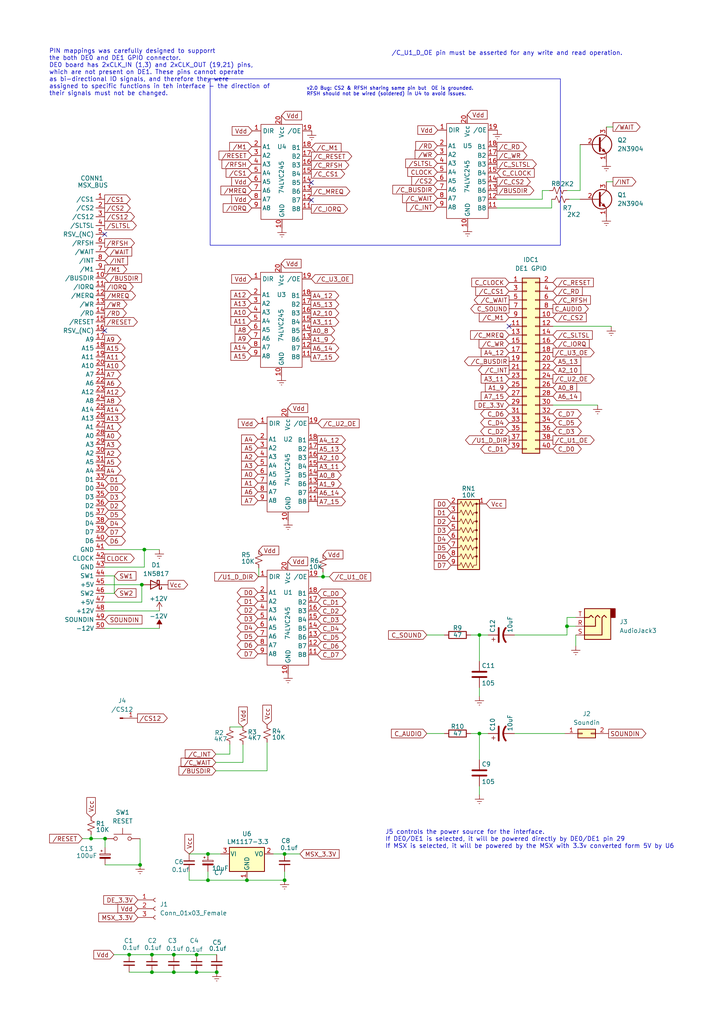
<source format=kicad_sch>
(kicad_sch (version 20230121) (generator eeschema)
  (paper "A4" portrait)
  (title_block (title "MSX FPGA Hat") (date "2024-02-03") (rev "2.01") (company "RCC @ 2024") (comment 1 "to 3.3v systems with voltage conversion") (comment 2 "Cartridge for MSX Computers that expose the MSX BUS") (comment 3 "IDC connector pinout mapped for Altera DE1 FPGA Development Board") (comment 4 "Designed for MSX and Terasic DE0 & DE1"))
  (lib_symbols
    (symbol "74LVC245A_1"
      (property "Reference" "U" (at 0 0 0))
      (property "Value" "74LVC245A_1" (at 0 0 0))
      (symbol "74LVC245A_1_1_1"
        (pin input line (at -67.183 87.63 0) (length 2.54) (name "DIR") (number "1"))
        (pin power_in line (at -58.547 59.436 90) (length 2.54) (name "GND") (number "10"))
        (pin bidirectional line (at -50.038 65.024 180) (length 2.54) (name "B8") (number "11"))
        (pin bidirectional line (at -50.038 67.564 180) (length 2.54) (name "B7") (number "12"))
        (pin bidirectional line (at -50.038 70.104 180) (length 2.54) (name "B6") (number "13"))
        (pin bidirectional line (at -50.038 72.644 180) (length 2.54) (name "B5") (number "14"))
        (pin bidirectional line (at -50.038 75.184 180) (length 2.54) (name "B4") (number "15"))
        (pin bidirectional line (at -50.038 77.724 180) (length 2.54) (name "B3") (number "16"))
        (pin bidirectional line (at -50.038 80.264 180) (length 2.54) (name "B2") (number "17"))
        (pin bidirectional line (at -50.038 82.804 180) (length 2.54) (name "B1") (number "18"))
        (pin input line (at -49.911 87.63 180) (length 2.54) (name "/OE") (number "19"))
        (pin bidirectional line (at -67.31 83.058 0) (length 2.54) (name "A1") (number "2"))
        (pin power_in line (at -58.674 92.075 270) (length 2.54) (name "Vcc") (number "20"))
        (pin bidirectional line (at -67.31 80.518 0) (length 2.54) (name "A2") (number "3"))
        (pin bidirectional line (at -67.31 77.978 0) (length 2.54) (name "A3") (number "4"))
        (pin bidirectional line (at -67.31 75.438 0) (length 2.54) (name "A4") (number "5"))
        (pin bidirectional line (at -67.31 72.898 0) (length 2.54) (name "A5") (number "6"))
        (pin bidirectional line (at -67.31 70.358 0) (length 2.54) (name "A6") (number "7"))
        (pin bidirectional line (at -67.31 67.818 0) (length 2.54) (name "A7") (number "8"))
        (pin bidirectional line (at -67.31 65.278 0) (length 2.54) (name "A8") (number "9"))
      )
    )
    (symbol "74LVC245A_2"
      (property "Reference" "U" (at 0 0 0))
      (property "Value" "74LVC245A_2" (at 0 0 0))
      (symbol "74LVC245A_2_1_1"
        (pin input line (at -67.183 87.63 0) (length 2.54) (name "DIR") (number "1"))
        (pin power_in line (at -58.547 59.436 90) (length 2.54) (name "GND") (number "10"))
        (pin bidirectional line (at -50.038 65.024 180) (length 2.54) (name "B8") (number "11"))
        (pin bidirectional line (at -50.038 67.564 180) (length 2.54) (name "B7") (number "12"))
        (pin bidirectional line (at -50.038 70.104 180) (length 2.54) (name "B6") (number "13"))
        (pin bidirectional line (at -50.038 72.644 180) (length 2.54) (name "B5") (number "14"))
        (pin bidirectional line (at -50.038 75.184 180) (length 2.54) (name "B4") (number "15"))
        (pin bidirectional line (at -50.038 77.724 180) (length 2.54) (name "B3") (number "16"))
        (pin bidirectional line (at -50.038 80.264 180) (length 2.54) (name "B2") (number "17"))
        (pin bidirectional line (at -50.038 82.804 180) (length 2.54) (name "B1") (number "18"))
        (pin input line (at -49.911 87.63 180) (length 2.54) (name "/OE") (number "19"))
        (pin bidirectional line (at -67.31 83.058 0) (length 2.54) (name "A1") (number "2"))
        (pin power_in line (at -58.674 92.075 270) (length 2.54) (name "Vcc") (number "20"))
        (pin bidirectional line (at -67.31 80.518 0) (length 2.54) (name "A2") (number "3"))
        (pin bidirectional line (at -67.31 77.978 0) (length 2.54) (name "A3") (number "4"))
        (pin bidirectional line (at -67.31 75.438 0) (length 2.54) (name "A4") (number "5"))
        (pin bidirectional line (at -67.31 72.898 0) (length 2.54) (name "A5") (number "6"))
        (pin bidirectional line (at -67.31 70.358 0) (length 2.54) (name "A6") (number "7"))
        (pin bidirectional line (at -67.31 67.818 0) (length 2.54) (name "A7") (number "8"))
        (pin bidirectional line (at -67.31 65.278 0) (length 2.54) (name "A8") (number "9"))
      )
    )
    (symbol "74LVC245A_3"
      (property "Reference" "U" (at 0 0 0))
      (property "Value" "74LVC245A_3" (at 0 0 0))
      (symbol "74LVC245A_3_1_1"
        (pin input line (at -67.183 87.63 0) (length 2.54) (name "DIR") (number "1"))
        (pin power_in line (at -58.547 59.436 90) (length 2.54) (name "GND") (number "10"))
        (pin bidirectional line (at -50.038 65.024 180) (length 2.54) (name "B8") (number "11"))
        (pin bidirectional line (at -50.038 67.564 180) (length 2.54) (name "B7") (number "12"))
        (pin bidirectional line (at -50.038 70.104 180) (length 2.54) (name "B6") (number "13"))
        (pin bidirectional line (at -50.038 72.644 180) (length 2.54) (name "B5") (number "14"))
        (pin bidirectional line (at -50.038 75.184 180) (length 2.54) (name "B4") (number "15"))
        (pin bidirectional line (at -50.038 77.724 180) (length 2.54) (name "B3") (number "16"))
        (pin bidirectional line (at -50.038 80.264 180) (length 2.54) (name "B2") (number "17"))
        (pin bidirectional line (at -50.038 82.804 180) (length 2.54) (name "B1") (number "18"))
        (pin input line (at -49.911 87.63 180) (length 2.54) (name "/OE") (number "19"))
        (pin bidirectional line (at -67.31 83.058 0) (length 2.54) (name "A1") (number "2"))
        (pin power_in line (at -58.674 92.075 270) (length 2.54) (name "Vcc") (number "20"))
        (pin bidirectional line (at -67.31 80.518 0) (length 2.54) (name "A2") (number "3"))
        (pin bidirectional line (at -67.31 77.978 0) (length 2.54) (name "A3") (number "4"))
        (pin bidirectional line (at -67.31 75.438 0) (length 2.54) (name "A4") (number "5"))
        (pin bidirectional line (at -67.31 72.898 0) (length 2.54) (name "A5") (number "6"))
        (pin bidirectional line (at -67.31 70.358 0) (length 2.54) (name "A6") (number "7"))
        (pin bidirectional line (at -67.31 67.818 0) (length 2.54) (name "A7") (number "8"))
        (pin bidirectional line (at -67.31 65.278 0) (length 2.54) (name "A8") (number "9"))
      )
    )
    (symbol "74LVC245A_4"
      (property "Reference" "U" (at 0 0 0))
      (property "Value" "74LVC245A_4" (at 0 0 0))
      (symbol "74LVC245A_4_1_1"
        (pin input line (at -67.183 87.63 0) (length 2.54) (name "DIR") (number "1"))
        (pin power_in line (at -58.547 59.436 90) (length 2.54) (name "GND") (number "10"))
        (pin bidirectional line (at -50.038 65.024 180) (length 2.54) (name "B8") (number "11"))
        (pin bidirectional line (at -50.038 67.564 180) (length 2.54) (name "B7") (number "12"))
        (pin bidirectional line (at -50.038 70.104 180) (length 2.54) (name "B6") (number "13"))
        (pin bidirectional line (at -50.038 72.644 180) (length 2.54) (name "B5") (number "14"))
        (pin bidirectional line (at -50.038 75.184 180) (length 2.54) (name "B4") (number "15"))
        (pin bidirectional line (at -50.038 77.724 180) (length 2.54) (name "B3") (number "16"))
        (pin bidirectional line (at -50.038 80.264 180) (length 2.54) (name "B2") (number "17"))
        (pin bidirectional line (at -50.038 82.804 180) (length 2.54) (name "B1") (number "18"))
        (pin input line (at -49.911 87.63 180) (length 2.54) (name "/OE") (number "19"))
        (pin bidirectional line (at -67.31 83.058 0) (length 2.54) (name "A1") (number "2"))
        (pin power_in line (at -58.674 92.075 270) (length 2.54) (name "Vcc") (number "20"))
        (pin bidirectional line (at -67.31 80.518 0) (length 2.54) (name "A2") (number "3"))
        (pin bidirectional line (at -67.31 77.978 0) (length 2.54) (name "A3") (number "4"))
        (pin bidirectional line (at -67.31 75.438 0) (length 2.54) (name "A4") (number "5"))
        (pin bidirectional line (at -67.31 72.898 0) (length 2.54) (name "A5") (number "6"))
        (pin bidirectional line (at -67.31 70.358 0) (length 2.54) (name "A6") (number "7"))
        (pin bidirectional line (at -67.31 67.818 0) (length 2.54) (name "A7") (number "8"))
        (pin bidirectional line (at -67.31 65.278 0) (length 2.54) (name "A8") (number "9"))
      )
    )
    (symbol "Connector:Conn_01x01_Pin" (pin_names (offset 1.016) hide)
      (property "Reference" "J" (at 0 2.54 0))
      (property "Value" "Conn_01x01_Pin" (at 0 -2.54 0))
      (symbol "Conn_01x01_Pin_1_1"
        (pin passive line (at 5.08 0 180) (length 3.81) (name "Pin_1") (number "1"))
      )
    )
    (symbol "Connector:Conn_01x03_Female" (pin_names (offset 1.016) hide)
      (property "Reference" "J" (at 0 5.08 0))
      (property "Value" "Conn_01x03_Female" (at 0 -5.08 0))
      (symbol "Conn_01x03_Female_1_1"
        (pin passive line (at -5.08 2.54 0) (length 3.81) (name "Pin_1") (number "1"))
        (pin passive line (at -5.08 0 0) (length 3.81) (name "Pin_2") (number "2"))
        (pin passive line (at -5.08 -2.54 0) (length 3.81) (name "Pin_3") (number "3"))
      )
    )
    (symbol "Connector_Audio:AudioJack3"
      (property "Reference" "J" (at 0 8.89 0))
      (property "Value" "AudioJack3" (at 0 6.35 0))
      (symbol "AudioJack3_1_1"
        (pin passive line (at 5.08 0 180) (length 2.54) (name "~") (number "R"))
        (pin passive line (at 5.08 2.54 180) (length 2.54) (name "~") (number "S"))
        (pin passive line (at 5.08 -2.54 180) (length 2.54) (name "~") (number "T"))
      )
    )
    (symbol "Connector_Generic:Conn_02x01" (pin_names (offset 1.016) hide)
      (property "Reference" "J" (at 1.27 2.54 0))
      (property "Value" "Conn_02x01" (at 1.27 -2.54 0))
      (symbol "Conn_02x01_1_1"
        (pin passive line (at -5.08 0 0) (length 3.81) (name "Pin_1") (number "1"))
        (pin passive line (at 7.62 0 180) (length 3.81) (name "Pin_2") (number "2"))
      )
    )
    (symbol "Connector_Generic:Conn_02x20_Odd_Even" (pin_names (offset 1.016) hide)
      (property "Reference" "J" (at 1.27 25.4 0))
      (property "Value" "Conn_02x20_Odd_Even" (at 1.27 -27.94 0))
      (symbol "Conn_02x20_Odd_Even_1_1"
        (pin passive line (at -5.08 22.86 0) (length 3.81) (name "Pin_1") (number "1"))
        (pin passive line (at 7.62 12.7 180) (length 3.81) (name "Pin_10") (number "10"))
        (pin passive line (at -5.08 10.16 0) (length 3.81) (name "Pin_11") (number "11"))
        (pin passive line (at 7.62 10.16 180) (length 3.81) (name "Pin_12") (number "12"))
        (pin passive line (at -5.08 7.62 0) (length 3.81) (name "Pin_13") (number "13"))
        (pin passive line (at 7.62 7.62 180) (length 3.81) (name "Pin_14") (number "14"))
        (pin passive line (at -5.08 5.08 0) (length 3.81) (name "Pin_15") (number "15"))
        (pin passive line (at 7.62 5.08 180) (length 3.81) (name "Pin_16") (number "16"))
        (pin passive line (at -5.08 2.54 0) (length 3.81) (name "Pin_17") (number "17"))
        (pin passive line (at 7.62 2.54 180) (length 3.81) (name "Pin_18") (number "18"))
        (pin passive line (at -5.08 0 0) (length 3.81) (name "Pin_19") (number "19"))
        (pin passive line (at 7.62 22.86 180) (length 3.81) (name "Pin_2") (number "2"))
        (pin passive line (at 7.62 0 180) (length 3.81) (name "Pin_20") (number "20"))
        (pin passive line (at -5.08 -2.54 0) (length 3.81) (name "Pin_21") (number "21"))
        (pin passive line (at 7.62 -2.54 180) (length 3.81) (name "Pin_22") (number "22"))
        (pin passive line (at -5.08 -5.08 0) (length 3.81) (name "Pin_23") (number "23"))
        (pin passive line (at 7.62 -5.08 180) (length 3.81) (name "Pin_24") (number "24"))
        (pin passive line (at -5.08 -7.62 0) (length 3.81) (name "Pin_25") (number "25"))
        (pin passive line (at 7.62 -7.62 180) (length 3.81) (name "Pin_26") (number "26"))
        (pin passive line (at -5.08 -10.16 0) (length 3.81) (name "Pin_27") (number "27"))
        (pin passive line (at 7.62 -10.16 180) (length 3.81) (name "Pin_28") (number "28"))
        (pin passive line (at -5.08 -12.7 0) (length 3.81) (name "Pin_29") (number "29"))
        (pin passive line (at -5.08 20.32 0) (length 3.81) (name "Pin_3") (number "3"))
        (pin passive line (at 7.62 -12.7 180) (length 3.81) (name "Pin_30") (number "30"))
        (pin passive line (at -5.08 -15.24 0) (length 3.81) (name "Pin_31") (number "31"))
        (pin passive line (at 7.62 -15.24 180) (length 3.81) (name "Pin_32") (number "32"))
        (pin passive line (at -5.08 -17.78 0) (length 3.81) (name "Pin_33") (number "33"))
        (pin passive line (at 7.62 -17.78 180) (length 3.81) (name "Pin_34") (number "34"))
        (pin passive line (at -5.08 -20.32 0) (length 3.81) (name "Pin_35") (number "35"))
        (pin passive line (at 7.62 -20.32 180) (length 3.81) (name "Pin_36") (number "36"))
        (pin passive line (at -5.08 -22.86 0) (length 3.81) (name "Pin_37") (number "37"))
        (pin passive line (at 7.62 -22.86 180) (length 3.81) (name "Pin_38") (number "38"))
        (pin passive line (at -5.08 -25.4 0) (length 3.81) (name "Pin_39") (number "39"))
        (pin passive line (at 7.62 20.32 180) (length 3.81) (name "Pin_4") (number "4"))
        (pin passive line (at 7.62 -25.4 180) (length 3.81) (name "Pin_40") (number "40"))
        (pin passive line (at -5.08 17.78 0) (length 3.81) (name "Pin_5") (number "5"))
        (pin passive line (at 7.62 17.78 180) (length 3.81) (name "Pin_6") (number "6"))
        (pin passive line (at -5.08 15.24 0) (length 3.81) (name "Pin_7") (number "7"))
        (pin passive line (at 7.62 15.24 180) (length 3.81) (name "Pin_8") (number "8"))
        (pin passive line (at -5.08 12.7 0) (length 3.81) (name "Pin_9") (number "9"))
      )
    )
    (symbol "Device:C" (pin_numbers hide) (pin_names (offset 0.254))
      (property "Reference" "C" (at 0.635 2.54 0))
      (property "Value" "C" (at 0.635 -2.54 0))
      (symbol "C_1_1"
        (pin passive line (at 0 3.81 270) (length 2.794) (name "~") (number "1"))
        (pin passive line (at 0 -3.81 90) (length 2.794) (name "~") (number "2"))
      )
    )
    (symbol "Device:C_Polarized_Small" (pin_numbers hide) (pin_names (offset 0.254) hide)
      (property "Reference" "C" (at 0.254 1.778 0))
      (property "Value" "C_Polarized_Small" (at 0.254 -2.032 0))
      (symbol "C_Polarized_Small_1_1"
        (pin passive line (at 0 2.54 270) (length 1.8542) (name "~") (number "1"))
        (pin passive line (at 0 -2.54 90) (length 1.8542) (name "~") (number "2"))
      )
    )
    (symbol "Device:C_Small" (pin_numbers hide) (pin_names (offset 0.254) hide)
      (property "Reference" "C" (at 0.254 1.778 0))
      (property "Value" "C_Small" (at 0.254 -2.032 0))
      (symbol "C_Small_1_1"
        (pin passive line (at 0 2.54 270) (length 2.032) (name "~") (number "1"))
        (pin passive line (at 0 -2.54 90) (length 2.032) (name "~") (number "2"))
      )
    )
    (symbol "Device:R" (pin_numbers hide) (pin_names (offset 0))
      (property "Reference" "R" (at 2.032 0 90))
      (property "Value" "R" (at 0 0 90))
      (symbol "R_1_1"
        (pin passive line (at 0 3.81 270) (length 1.27) (name "~") (number "1"))
        (pin passive line (at 0 -3.81 90) (length 1.27) (name "~") (number "2"))
      )
    )
    (symbol "Device:R_Network08_US" (pin_names (offset 0) hide)
      (property "Reference" "RN" (at -12.7 0 90))
      (property "Value" "R_Network08_US" (at 10.16 0 90))
      (symbol "R_Network08_US_1_1"
        (pin passive line (at -10.16 5.08 270) (length 2.54) (name "common") (number "1"))
        (pin passive line (at -10.16 -5.08 90) (length 1.27) (name "R1") (number "2"))
        (pin passive line (at -7.62 -5.08 90) (length 1.27) (name "R2") (number "3"))
        (pin passive line (at -5.08 -5.08 90) (length 1.27) (name "R3") (number "4"))
        (pin passive line (at -2.54 -5.08 90) (length 1.27) (name "R4") (number "5"))
        (pin passive line (at 0 -5.08 90) (length 1.27) (name "R5") (number "6"))
        (pin passive line (at 2.54 -5.08 90) (length 1.27) (name "R6") (number "7"))
        (pin passive line (at 5.08 -5.08 90) (length 1.27) (name "R7") (number "8"))
        (pin passive line (at 7.62 -5.08 90) (length 1.27) (name "R8") (number "9"))
      )
    )
    (symbol "Device:R_Small_US" (pin_numbers hide) (pin_names (offset 0.254) hide)
      (property "Reference" "R" (at 0.762 0.508 0))
      (property "Value" "R_Small_US" (at 0.762 -1.016 0))
      (symbol "R_Small_US_1_1"
        (pin passive line (at 0 2.54 270) (length 1.016) (name "~") (number "1"))
        (pin passive line (at 0 -2.54 90) (length 1.016) (name "~") (number "2"))
      )
    )
    (symbol "Diode:1N5817" (pin_numbers hide) (pin_names (offset 1.016) hide)
      (property "Reference" "D" (at 0 2.54 0))
      (property "Value" "1N5817" (at 0 -2.54 0))
      (symbol "1N5817_1_1"
        (pin passive line (at -3.81 0 0) (length 2.54) (name "K") (number "1"))
        (pin passive line (at 3.81 0 180) (length 2.54) (name "A") (number "2"))
      )
    )
    (symbol "Omega-Mainboard-rescue:CP1-Device" (pin_numbers hide) (pin_names (offset 0.254) hide)
      (property "Reference" "C" (at 0.635 2.54 0))
      (property "Value" "Device_CP1" (at 0.635 -2.54 0))
      (symbol "CP1-Device_1_1"
        (pin passive line (at 0 3.81 270) (length 2.794) (name "~") (number "1"))
        (pin passive line (at 0 -3.81 90) (length 3.302) (name "~") (number "2"))
      )
    )
    (symbol "Regulator_Linear:LM1117-3.3" (pin_names (offset 0.254))
      (property "Reference" "U" (at -3.81 3.175 0))
      (property "Value" "LM1117-3.3" (at 0 3.175 0))
      (symbol "LM1117-3.3_1_1"
        (pin power_in line (at 0 -7.62 90) (length 2.54) (name "GND") (number "1"))
        (pin power_out line (at 7.62 0 180) (length 2.54) (name "VO") (number "2"))
        (pin power_in line (at -7.62 0 0) (length 2.54) (name "VI") (number "3"))
      )
    )
    (symbol "Roni:74LVC245A"
      (property "Reference" "U" (at 0 0 0))
      (property "Value" "74LVC245A" (at 0 0 0))
      (symbol "74LVC245A_1_1"
        (pin input line (at -67.183 87.63 0) (length 2.54) (name "DIR") (number "1"))
        (pin power_in line (at -58.547 59.436 90) (length 2.54) (name "GND") (number "10"))
        (pin bidirectional line (at -50.038 65.024 180) (length 2.54) (name "B8") (number "11"))
        (pin bidirectional line (at -50.038 67.564 180) (length 2.54) (name "B7") (number "12"))
        (pin bidirectional line (at -50.038 70.104 180) (length 2.54) (name "B6") (number "13"))
        (pin bidirectional line (at -50.038 72.644 180) (length 2.54) (name "B5") (number "14"))
        (pin bidirectional line (at -50.038 75.184 180) (length 2.54) (name "B4") (number "15"))
        (pin bidirectional line (at -50.038 77.724 180) (length 2.54) (name "B3") (number "16"))
        (pin bidirectional line (at -50.038 80.264 180) (length 2.54) (name "B2") (number "17"))
        (pin bidirectional line (at -50.038 82.804 180) (length 2.54) (name "B1") (number "18"))
        (pin input line (at -49.911 87.63 180) (length 2.54) (name "/OE") (number "19"))
        (pin bidirectional line (at -67.31 83.058 0) (length 2.54) (name "A1") (number "2"))
        (pin power_in line (at -58.674 92.075 270) (length 2.54) (name "Vcc") (number "20"))
        (pin bidirectional line (at -67.31 80.518 0) (length 2.54) (name "A2") (number "3"))
        (pin bidirectional line (at -67.31 77.978 0) (length 2.54) (name "A3") (number "4"))
        (pin bidirectional line (at -67.31 75.438 0) (length 2.54) (name "A4") (number "5"))
        (pin bidirectional line (at -67.31 72.898 0) (length 2.54) (name "A5") (number "6"))
        (pin bidirectional line (at -67.31 70.358 0) (length 2.54) (name "A6") (number "7"))
        (pin bidirectional line (at -67.31 67.818 0) (length 2.54) (name "A7") (number "8"))
        (pin bidirectional line (at -67.31 65.278 0) (length 2.54) (name "A8") (number "9"))
      )
    )
    (symbol "Roni:MSX_BUS"
      (property "Reference" "U" (at 0 0 0))
      (property "Value" "MSX_BUS" (at 0 0 0))
      (symbol "MSX_BUS_1_1"
        (pin output line (at -67.945 88.392 180) (length 2.54) (name "/CS1") (number "1"))
        (pin output line (at -67.945 65.532 180) (length 2.54) (name "/BUSDIR") (number "10"))
        (pin output line (at -67.945 62.992 180) (length 2.54) (name "/IORQ") (number "11"))
        (pin output line (at -67.945 60.452 180) (length 2.54) (name "/MERQ") (number "12"))
        (pin output line (at -67.945 57.912 180) (length 2.54) (name "/WR") (number "13"))
        (pin output line (at -67.945 55.372 180) (length 2.54) (name "/RD") (number "14"))
        (pin input line (at -67.945 52.832 180) (length 2.54) (name "/RESET") (number "15"))
        (pin output line (at -67.945 50.292 180) (length 2.54) (name "RSV_(NC)") (number "16"))
        (pin output line (at -67.945 47.752 180) (length 2.54) (name "A9") (number "17"))
        (pin output line (at -67.945 45.212 180) (length 2.54) (name "A15") (number "18"))
        (pin output line (at -67.945 42.672 180) (length 2.54) (name "A11") (number "19"))
        (pin output line (at -67.945 85.852 180) (length 2.54) (name "/CS2") (number "2"))
        (pin output line (at -67.945 40.132 180) (length 2.54) (name "A10") (number "20"))
        (pin output line (at -67.945 37.592 180) (length 2.54) (name "A7") (number "21"))
        (pin output line (at -67.945 35.052 180) (length 2.54) (name "A6") (number "22"))
        (pin output line (at -67.945 32.512 180) (length 2.54) (name "A12") (number "23"))
        (pin output line (at -67.945 29.972 180) (length 2.54) (name "A8") (number "24"))
        (pin output line (at -67.945 27.432 180) (length 2.54) (name "A14") (number "25"))
        (pin output line (at -67.945 24.892 180) (length 2.54) (name "A13") (number "26"))
        (pin output line (at -67.945 22.352 180) (length 2.54) (name "A1") (number "27"))
        (pin output line (at -67.945 19.812 180) (length 2.54) (name "A0") (number "28"))
        (pin output line (at -67.945 17.272 180) (length 2.54) (name "A3") (number "29"))
        (pin output line (at -67.945 83.312 180) (length 2.54) (name "/CS12") (number "3"))
        (pin output line (at -67.945 14.732 180) (length 2.54) (name "A2") (number "30"))
        (pin output line (at -67.945 12.192 180) (length 2.54) (name "A5") (number "31"))
        (pin output line (at -67.945 9.652 180) (length 2.54) (name "A4") (number "32"))
        (pin output line (at -67.945 7.112 180) (length 2.54) (name "D1") (number "33"))
        (pin output line (at -67.945 4.572 180) (length 2.54) (name "D0") (number "34"))
        (pin output line (at -67.945 2.032 180) (length 2.54) (name "D3") (number "35"))
        (pin output line (at -67.945 -0.508 180) (length 2.54) (name "D2") (number "36"))
        (pin output line (at -67.945 -3.048 180) (length 2.54) (name "D5") (number "37"))
        (pin output line (at -67.945 -5.588 180) (length 2.54) (name "D4") (number "38"))
        (pin output line (at -67.945 -8.128 180) (length 2.54) (name "D7") (number "39"))
        (pin output line (at -67.945 80.772 180) (length 2.54) (name "/SLTSL") (number "4"))
        (pin output line (at -67.945 -10.668 180) (length 2.54) (name "D6") (number "40"))
        (pin output line (at -67.945 -13.208 180) (length 2.54) (name "GND") (number "41"))
        (pin output line (at -67.945 -15.748 180) (length 2.54) (name "CLOCK") (number "42"))
        (pin output line (at -67.945 -18.288 180) (length 2.54) (name "GND") (number "43"))
        (pin output line (at -67.945 -20.828 180) (length 2.54) (name "SW1") (number "44"))
        (pin output line (at -67.945 -23.368 180) (length 2.54) (name "+5V") (number "45"))
        (pin output line (at -67.945 -25.908 180) (length 2.54) (name "SW2") (number "46"))
        (pin output line (at -67.945 -28.448 180) (length 2.54) (name "+5V") (number "47"))
        (pin output line (at -67.945 -30.988 180) (length 2.54) (name "+12V") (number "48"))
        (pin output line (at -67.945 -33.528 180) (length 2.54) (name "SOUNDIN") (number "49"))
        (pin output line (at -67.945 78.232 180) (length 2.54) (name "RSV_(NC)") (number "5"))
        (pin output line (at -67.945 -36.068 180) (length 2.54) (name "-12V") (number "50"))
        (pin output line (at -67.945 75.692 180) (length 2.54) (name "/RFSH") (number "6"))
        (pin output line (at -67.945 73.152 180) (length 2.54) (name "/WAIT") (number "7"))
        (pin output line (at -67.945 70.612 180) (length 2.54) (name "/INT") (number "8"))
        (pin output line (at -67.945 68.072 180) (length 2.54) (name "/M1") (number "9"))
      )
    )
    (symbol "Switch:SW_Push" (pin_numbers hide) (pin_names (offset 1.016) hide)
      (property "Reference" "SW" (at 1.27 2.54 0))
      (property "Value" "SW_Push" (at 0 -1.524 0))
      (symbol "SW_Push_0_1"
        (pin passive line (at -5.08 0 0) (length 2.54) (name "1") (number "1"))
        (pin passive line (at 5.08 0 180) (length 2.54) (name "2") (number "2"))
      )
    )
    (symbol "Transistor_BJT:2N3904" (pin_names (offset 0) hide)
      (property "Reference" "Q" (at 5.08 1.905 0))
      (property "Value" "2N3904" (at 5.08 0 0))
      (symbol "2N3904_1_1"
        (pin passive line (at 2.54 -5.08 90) (length 2.54) (name "E") (number "1"))
        (pin passive line (at -5.08 0 0) (length 5.715) (name "B") (number "2"))
        (pin passive line (at 2.54 5.08 270) (length 2.54) (name "C") (number "3"))
      )
    )
    (symbol "power:+12V" (power) (pin_names (offset 0))
      (property "Value" "+12V" (at 0 3.556 0))
      (symbol "+12V_1_1"
        (pin power_in line (at 0 0 90) (length 0) hide (name "+12V") (number "1"))
      )
    )
    (symbol "power:-12V" (power) (pin_names (offset 0))
      (property "Value" "-12V" (at 0 3.81 0))
      (symbol "-12V_0_0"
        (pin power_in line (at 0 0 90) (length 0) hide (name "-12V") (number "1"))
      )
    )
    (symbol "power:GNDREF" (power) (pin_names (offset 0))
      (property "Value" "GNDREF" (at 0 -3.81 0))
      (symbol "GNDREF_1_1"
        (pin power_in line (at 0 0 270) (length 0) hide (name "GNDREF") (number "1"))
      )
    )
  )
  (junction (at 71.628 255.27))
  (junction (at 57.023 276.86))
  (junction (at 41.1361 169.5681))
  (junction (at 30.48 243.205))
  (junction (at 139.065 212.725))
  (junction (at 50.419 276.86))
  (junction (at 37.465 276.86))
  (junction (at 44.069 276.86))
  (junction (at 50.419 281.94))
  (junction (at 164.465 181.61))
  (junction (at 62.865 281.94))
  (junction (at 60.325 255.27))
  (junction (at 82.55 255.27))
  (junction (at 44.069 281.94))
  (junction (at 40.64 250.825))
  (junction (at 82.55 247.65))
  (junction (at 60.325 247.65))
  (junction (at 93.6997 167.259))
  (junction (at 26.416 243.205))
  (junction (at 139.065 184.15))
  (junction (at 41.8757 159.385))
  (junction (at 57.023 281.94))
  (no_connect (at 90.297 58.039))
  (no_connect (at 30.353 67.945))
  (no_connect (at 30.353 95.885))
  (no_connect (at 147.6734 94.615))
  (no_connect (at 90.297 52.959))
  (wire (pts (xy 164.465 179.07) (xy 164.465 181.61)))
  (wire (pts (xy 62.611 223.52) (xy 77.47 223.52)))
  (wire (pts (xy 82.55 255.27) (xy 82.55 252.73)))
  (wire (pts (xy 77.47 223.52) (xy 77.47 215.265)))
  (wire (pts (xy 54.864 255.27) (xy 60.325 255.27)))
  (wire (pts (xy 160.3734 94.615) (xy 177.292 94.615)))
  (wire (pts (xy 136.525 212.725) (xy 139.065 212.725)))
  (wire (pts (xy 175.895 36.83) (xy 177.8 36.83)))
  (wire (pts (xy 57.023 276.86) (xy 62.865 276.86)))
  (wire (pts (xy 139.065 220.345) (xy 139.065 212.725)))
  (wire (pts (xy 60.325 247.65) (xy 64.008 247.65)))
  (wire (pts (xy 41.8757 164.465) (xy 41.8757 159.385)))
  (wire (pts (xy 41.8757 159.385) (xy 46.228 159.385)))
  (wire (pts (xy 30.353 169.5681) (xy 30.353 169.545)))
  (wire (pts (xy 66.675 210.82) (xy 70.485 210.82)))
  (wire (pts (xy 41.1361 169.5681) (xy 41.1361 174.625)))
  (wire (pts (xy 50.419 276.86) (xy 57.023 276.86)))
  (wire (pts (xy 57.023 281.94) (xy 62.865 281.94)))
  (wire (pts (xy 23.876 243.205) (xy 26.416 243.205)))
  (wire (pts (xy 44.069 276.86) (xy 50.419 276.86)))
  (wire (pts (xy 123.825 184.15) (xy 128.905 184.15)))
  (wire (pts (xy 37.465 276.86) (xy 44.069 276.86)))
  (wire (pts (xy 30.353 182.245) (xy 46.228 182.245)))
  (wire (pts (xy 175.895 52.705) (xy 177.8 52.705)))
  (wire (pts (xy 41.1361 169.5681) (xy 30.353 169.5681)))
  (wire (pts (xy 149.225 212.725) (xy 163.83 212.725)))
  (wire (pts (xy 93.6997 165.9197) (xy 93.6758 165.9197)))
  (wire (pts (xy 165.1 57.785) (xy 168.275 57.785)))
  (wire (pts (xy 75.057 164.719) (xy 75.057 167.259)))
  (wire (pts (xy 70.485 215.9) (xy 70.485 221.107)))
  (wire (pts (xy 160.3734 117.475) (xy 173.355 117.475)))
  (wire (pts (xy 167.005 179.07) (xy 164.465 179.07)))
  (wire (pts (xy 30.48 250.825) (xy 40.64 250.825)))
  (wire (pts (xy 40.64 250.825) (xy 40.64 243.205)))
  (wire (pts (xy 177.292 94.615) (xy 177.292 94.742)))
  (wire (pts (xy 164.465 184.15) (xy 164.465 181.61)))
  (wire (pts (xy 79.248 247.65) (xy 82.55 247.65)))
  (wire (pts (xy 139.065 227.965) (xy 139.065 230.505)))
  (wire (pts (xy 30.353 177.165) (xy 46.228 177.165)))
  (wire (pts (xy 75.057 167.259) (xy 74.93 167.259)))
  (wire (pts (xy 33.1542 172.085) (xy 30.353 172.085)))
  (wire (pts (xy 167.005 184.15) (xy 167.005 187.325)))
  (wire (pts (xy 139.065 199.39) (xy 139.065 201.93)))
  (wire (pts (xy 139.065 212.725) (xy 141.605 212.725)))
  (wire (pts (xy 139.065 184.15) (xy 141.605 184.15)))
  (wire (pts (xy 123.825 212.725) (xy 128.905 212.725)))
  (wire (pts (xy 30.353 167.005) (xy 33.1542 167.005)))
  (wire (pts (xy 93.6997 167.259) (xy 95.5534 167.259)))
  (wire (pts (xy 93.6997 167.259) (xy 93.6997 165.9197)))
  (wire (pts (xy 26.416 243.205) (xy 26.416 242.062)))
  (wire (pts (xy 62.611 218.694) (xy 66.675 218.694)))
  (wire (pts (xy 71.628 255.27) (xy 82.55 255.27)))
  (wire (pts (xy 157.3 55.245) (xy 159.385 55.245)))
  (wire (pts (xy 60.325 255.27) (xy 71.628 255.27)))
  (wire (pts (xy 160.02 60.325) (xy 160.02 57.785)))
  (wire (pts (xy 164.465 181.61) (xy 167.005 181.61)))
  (wire (pts (xy 66.675 215.9) (xy 66.675 218.694)))
  (wire (pts (xy 44.069 281.94) (xy 50.419 281.94)))
  (wire (pts (xy 30.353 164.465) (xy 41.8757 164.465)))
  (wire (pts (xy 157.3 57.785) (xy 157.3 55.245)))
  (wire (pts (xy 30.353 159.385) (xy 41.8757 159.385)))
  (wire (pts (xy 136.525 184.15) (xy 139.065 184.15)))
  (wire (pts (xy 30.48 243.205) (xy 26.416 243.205)))
  (wire (pts (xy 139.065 191.77) (xy 139.065 184.15)))
  (wire (pts (xy 62.611 221.107) (xy 70.485 221.107)))
  (wire (pts (xy 33.0304 276.86) (xy 37.465 276.86)))
  (wire (pts (xy 33.1542 167.005) (xy 33.1542 172.085)))
  (wire (pts (xy 73.152 37.9627) (xy 73.152 37.973)))
  (wire (pts (xy 149.225 184.15) (xy 164.465 184.15)))
  (wire (pts (xy 54.864 247.65) (xy 60.325 247.65)))
  (wire (pts (xy 144.145 57.785) (xy 157.3 57.785)))
  (wire (pts (xy 37.465 281.94) (xy 44.069 281.94)))
  (wire (pts (xy 164.465 55.245) (xy 168.275 55.245)))
  (wire (pts (xy 144.145 60.325) (xy 160.02 60.325)))
  (wire (pts (xy 41.1361 174.625) (xy 30.353 174.625)))
  (wire (pts (xy 54.864 252.73) (xy 54.864 255.27)))
  (wire (pts (xy 92.202 167.259) (xy 93.6997 167.259)))
  (wire (pts (xy 168.275 55.245) (xy 168.275 41.91)))
  (wire (pts (xy 50.419 281.94) (xy 57.023 281.94)))
  (wire (pts (xy 82.55 247.65) (xy 86.995 247.65)))
  (wire (pts (xy 30.48 243.205) (xy 30.48 245.745)))
  (wire (pts (xy 60.325 252.73) (xy 60.325 255.27)))
  (rectangle (start 60.96 22.86) (end 162.56 71.12))
  (text "PIN mappings was carefully designed to supporrt\nthe both DE0 and DE1 GPIO connector. \nDE0 board has 2xCLK_IN (1,3) and 2xCLK_OUT (19,21) pins,\nwhich are not present on DE1. These pins cannot operate\nas bi-directional IO signals, and therefore they were \nassigned to specific functions in teh interface - the direction of \ntheir signals must not be changed.\n" (at 14.224 27.94 0) (effects (font (size 1.27 1.27)) (justify left bottom)))
  (text "/C_U1_D_OE pin must be asserted for any write and read operation.\n" (at 113.538 16.256 0) (effects (font (size 1.27 1.27)) (justify left bottom)))
  (text "J5 controls the power source for the interface.\nIf DE0/DE1 is selected, it will be powered directly by DE0/DE1 pin 29\nIf MSX is selected, it will be powered by the MSX with 3.3v converted form 5V by U6\n\n" (at 111.76 248.285 0) (effects (font (size 1.27 1.27)) (justify left bottom)))
  (text "v2.0 Bug: CS2 & RFSH sharing same pin but  OE is grounded.\nRFSH should not be wired (soldered) in U4 to avoid issues." (at 88.9 27.94 0) (effects (font (size 1 1)) (justify left bottom)))
  (global_label "Vdd" (shape input) (at 83.439 118.364 0) (property "Intersheetrefs" "${INTERSHEET_REFS}" (effects hide)))
  (global_label "C_D5" (shape bidirectional) (at 160.3734 122.555 0) (property "Intersheetrefs" "${INTERSHEET_REFS}" (effects hide)))
  (global_label "{slash}C_BUSDIR" (shape output) (at 147.6734 104.775 180) (property "Intersheetrefs" "${INTERSHEET_REFS}" (effects hide)))
  (global_label "D4" (shape bidirectional) (at 30.353 151.765 0) (property "Intersheetrefs" "${INTERSHEET_REFS}" (effects hide)))
  (global_label "A6_14" (shape output) (at 90.17 100.965 0) (property "Intersheetrefs" "${INTERSHEET_REFS}" (effects hide)))
  (global_label "{slash}BUSDIR" (shape output) (at 144.145 55.245 0) (property "Intersheetrefs" "${INTERSHEET_REFS}" (effects hide)))
  (global_label "A5_13" (shape output) (at 90.17 88.265 0) (property "Intersheetrefs" "${INTERSHEET_REFS}" (effects hide)))
  (global_label "{slash}C_INT" (shape output) (at 147.6734 107.315 180) (property "Intersheetrefs" "${INTERSHEET_REFS}" (effects hide)))
  (global_label "A2" (shape input) (at 74.803 132.461 180) (property "Intersheetrefs" "${INTERSHEET_REFS}" (effects hide)))
  (global_label "{slash}MREQ" (shape input) (at 73.025 55.245 180) (property "Intersheetrefs" "${INTERSHEET_REFS}" (effects hide)))
  (global_label "A14" (shape input) (at 72.898 100.711 180) (property "Intersheetrefs" "${INTERSHEET_REFS}" (effects hide)))
  (global_label "{slash}C_WAIT" (shape input) (at 126.873 57.531 180) (property "Intersheetrefs" "${INTERSHEET_REFS}" (effects hide)))
  (global_label "C_D2" (shape bidirectional) (at 92.075 177.165 0) (property "Intersheetrefs" "${INTERSHEET_REFS}" (effects hide)))
  (global_label "{slash}C_CS1" (shape output) (at 90.297 50.419 0) (property "Intersheetrefs" "${INTERSHEET_REFS}" (effects hide)))
  (global_label "SOUNDIN" (shape input) (at 30.353 179.705 0) (property "Intersheetrefs" "${INTERSHEET_REFS}" (effects hide)))
  (global_label "MSX_3.3V" (shape input) (at 40.005 266.065 180) (property "Intersheetrefs" "${INTERSHEET_REFS}" (effects hide)))
  (global_label "Vdd" (shape input) (at 83.439 162.814 0) (property "Intersheetrefs" "${INTERSHEET_REFS}" (effects hide)))
  (global_label "Vdd" (shape input) (at 81.661 33.528 0) (property "Intersheetrefs" "${INTERSHEET_REFS}" (effects hide)))
  (global_label "A12" (shape input) (at 72.898 85.471 180) (property "Intersheetrefs" "${INTERSHEET_REFS}" (effects hide)))
  (global_label "{slash}CS1" (shape output) (at 30.353 57.785 0) (property "Intersheetrefs" "${INTERSHEET_REFS}" (effects hide)))
  (global_label "A11" (shape output) (at 30.353 103.505 0) (property "Intersheetrefs" "${INTERSHEET_REFS}" (effects hide)))
  (global_label "A0_8" (shape output) (at 92.075 137.795 0) (property "Intersheetrefs" "${INTERSHEET_REFS}" (effects hide)))
  (global_label "C_D6" (shape bidirectional) (at 92.075 187.325 0) (property "Intersheetrefs" "${INTERSHEET_REFS}" (effects hide)))
  (global_label "{slash}C_U3_OE" (shape input) (at 90.297 80.899 0) (property "Intersheetrefs" "${INTERSHEET_REFS}" (effects hide)))
  (global_label "{slash}SLTSL" (shape input) (at 126.873 47.371 180) (property "Intersheetrefs" "${INTERSHEET_REFS}" (effects hide)))
  (global_label "A9" (shape input) (at 72.898 98.171 180) (property "Intersheetrefs" "${INTERSHEET_REFS}" (effects hide)))
  (global_label "SOUNDIN" (shape output) (at 176.53 212.725 0) (property "Intersheetrefs" "${INTERSHEET_REFS}" (effects hide)))
  (global_label "{slash}WAIT" (shape input) (at 30.353 73.025 0) (property "Intersheetrefs" "${INTERSHEET_REFS}" (effects hide)))
  (global_label "D5" (shape bidirectional) (at 30.353 149.225 0) (property "Intersheetrefs" "${INTERSHEET_REFS}" (effects hide)))
  (global_label "A4_12" (shape output) (at 90.17 85.725 0) (property "Intersheetrefs" "${INTERSHEET_REFS}" (effects hide)))
  (global_label "{slash}U1_D_DIR" (shape input) (at 74.93 167.259 180) (property "Intersheetrefs" "${INTERSHEET_REFS}" (effects hide)))
  (global_label "A1_9" (shape input) (at 147.6734 112.395 180) (property "Intersheetrefs" "${INTERSHEET_REFS}" (effects hide)))
  (global_label "A13" (shape output) (at 30.353 121.285 0) (property "Intersheetrefs" "${INTERSHEET_REFS}" (effects hide)))
  (global_label "C_D0" (shape bidirectional) (at 160.3734 130.175 0) (property "Intersheetrefs" "${INTERSHEET_REFS}" (effects hide)))
  (global_label "Vcc" (shape input) (at 141.0155 146.1254 0) (property "Intersheetrefs" "${INTERSHEET_REFS}" (effects hide)))
  (global_label "{slash}MREQ" (shape output) (at 30.353 85.725 0) (property "Intersheetrefs" "${INTERSHEET_REFS}" (effects hide)))
  (global_label "{slash}C_M1" (shape input) (at 90.297 42.799 0) (property "Intersheetrefs" "${INTERSHEET_REFS}" (effects hide)))
  (global_label "A3_11" (shape output) (at 92.075 135.255 0) (property "Intersheetrefs" "${INTERSHEET_REFS}" (effects hide)))
  (global_label "Vdd" (shape input) (at 73.025 80.899 180) (property "Intersheetrefs" "${INTERSHEET_REFS}" (effects hide)))
  (global_label "A5_13" (shape output) (at 92.075 130.175 0) (property "Intersheetrefs" "${INTERSHEET_REFS}" (effects hide)))
  (global_label "A8" (shape input) (at 72.898 95.631 180) (property "Intersheetrefs" "${INTERSHEET_REFS}" (effects hide)))
  (global_label "D7" (shape bidirectional) (at 30.353 154.305 0) (property "Intersheetrefs" "${INTERSHEET_REFS}" (effects hide)))
  (global_label "A5" (shape output) (at 30.353 133.985 0) (property "Intersheetrefs" "${INTERSHEET_REFS}" (effects hide)))
  (global_label "A1" (shape input) (at 74.803 140.081 180) (property "Intersheetrefs" "${INTERSHEET_REFS}" (effects hide)))
  (global_label "CLOCK" (shape input) (at 126.873 49.911 180) (property "Intersheetrefs" "${INTERSHEET_REFS}" (effects hide)))
  (global_label "D4" (shape bidirectional) (at 74.803 181.991 180) (property "Intersheetrefs" "${INTERSHEET_REFS}" (effects hide)))
  (global_label "{slash}CS12" (shape output) (at 39.878 208.28 0) (property "Intersheetrefs" "${INTERSHEET_REFS}" (effects hide)))
  (global_label "{slash}RD" (shape output) (at 30.353 90.805 0) (property "Intersheetrefs" "${INTERSHEET_REFS}" (effects hide)))
  (global_label "A7" (shape output) (at 30.353 108.585 0) (property "Intersheetrefs" "${INTERSHEET_REFS}" (effects hide)))
  (global_label "A4_12" (shape output) (at 92.075 127.635 0) (property "Intersheetrefs" "${INTERSHEET_REFS}" (effects hide)))
  (global_label "A4_12" (shape input) (at 147.6734 102.235 180) (property "Intersheetrefs" "${INTERSHEET_REFS}" (effects hide)))
  (global_label "{slash}C_RESET" (shape output) (at 90.297 45.339 0) (property "Intersheetrefs" "${INTERSHEET_REFS}" (effects hide)))
  (global_label "{slash}C_BUSDIR" (shape input) (at 126.873 54.991 180) (property "Intersheetrefs" "${INTERSHEET_REFS}" (effects hide)))
  (global_label "A6_14" (shape input) (at 160.3734 114.935 0) (property "Intersheetrefs" "${INTERSHEET_REFS}" (effects hide)))
  (global_label "C_D3" (shape bidirectional) (at 92.075 179.705 0) (property "Intersheetrefs" "${INTERSHEET_REFS}" (effects hide)))
  (global_label "A1_9" (shape output) (at 90.17 98.425 0) (property "Intersheetrefs" "${INTERSHEET_REFS}" (effects hide)))
  (global_label "D2" (shape input) (at 130.8555 151.2054 180) (property "Intersheetrefs" "${INTERSHEET_REFS}" (effects hide)))
  (global_label "{slash}C_RFSH" (shape input) (at 160.3734 86.995 0) (property "Intersheetrefs" "${INTERSHEET_REFS}" (effects hide)))
  (global_label "MSX_3.3V" (shape input) (at 86.995 247.65 0) (property "Intersheetrefs" "${INTERSHEET_REFS}" (effects hide)))
  (global_label "{slash}C_WR" (shape input) (at 147.6734 99.695 180) (property "Intersheetrefs" "${INTERSHEET_REFS}" (effects hide)))
  (global_label "{slash}C_MREQ" (shape output) (at 90.297 55.499 0) (property "Intersheetrefs" "${INTERSHEET_REFS}" (effects hide)))
  (global_label "{slash}C_WAIT" (shape output) (at 147.6734 86.995 180) (property "Intersheetrefs" "${INTERSHEET_REFS}" (effects hide)))
  (global_label "{slash}C_INT" (shape input) (at 62.611 218.694 180) (property "Intersheetrefs" "${INTERSHEET_REFS}" (effects hide)))
  (global_label "A4" (shape input) (at 74.803 127.381 180) (property "Intersheetrefs" "${INTERSHEET_REFS}" (effects hide)))
  (global_label "SW1" (shape input) (at 33.1542 167.005 0) (property "Intersheetrefs" "${INTERSHEET_REFS}" (effects hide)))
  (global_label "A9" (shape output) (at 30.353 98.425 0) (property "Intersheetrefs" "${INTERSHEET_REFS}" (effects hide)))
  (global_label "A7_15" (shape input) (at 147.6734 114.935 180) (property "Intersheetrefs" "${INTERSHEET_REFS}" (effects hide)))
  (global_label "C_D3" (shape bidirectional) (at 160.3734 125.095 0) (property "Intersheetrefs" "${INTERSHEET_REFS}" (effects hide)))
  (global_label "A12" (shape output) (at 30.353 113.665 0) (property "Intersheetrefs" "${INTERSHEET_REFS}" (effects hide)))
  (global_label "{slash}C_U3_OE" (shape output) (at 160.3734 102.235 0) (property "Intersheetrefs" "${INTERSHEET_REFS}" (effects hide)))
  (global_label "{slash}C_RFSH" (shape output) (at 90.297 47.879 0) (property "Intersheetrefs" "${INTERSHEET_REFS}" (effects hide)))
  (global_label "A2_10" (shape input) (at 160.3734 107.315 0) (property "Intersheetrefs" "${INTERSHEET_REFS}" (effects hide)))
  (global_label "A10" (shape input) (at 72.898 90.551 180) (property "Intersheetrefs" "${INTERSHEET_REFS}" (effects hide)))
  (global_label "{slash}M1" (shape output) (at 30.353 78.105 0) (property "Intersheetrefs" "${INTERSHEET_REFS}" (effects hide)))
  (global_label "{slash}C_SLTSL" (shape output) (at 144.145 47.625 0) (property "Intersheetrefs" "${INTERSHEET_REFS}" (effects hide)))
  (global_label "C_D2" (shape bidirectional) (at 147.6734 125.095 180) (property "Intersheetrefs" "${INTERSHEET_REFS}" (effects hide)))
  (global_label "{slash}C_U2_OE" (shape input) (at 92.202 122.809 0) (property "Intersheetrefs" "${INTERSHEET_REFS}" (effects hide)))
  (global_label "A1_9" (shape output) (at 92.075 140.335 0) (property "Intersheetrefs" "${INTERSHEET_REFS}" (effects hide)))
  (global_label "D5" (shape input) (at 130.8555 158.8254 180) (property "Intersheetrefs" "${INTERSHEET_REFS}" (effects hide)))
  (global_label "Vdd" (shape input) (at 74.93 122.809 180) (property "Intersheetrefs" "${INTERSHEET_REFS}" (effects hide)))
  (global_label "A6" (shape output) (at 30.353 111.125 0) (property "Intersheetrefs" "${INTERSHEET_REFS}" (effects hide)))
  (global_label "{slash}C_U1_OE" (shape input) (at 95.5534 167.259 0) (property "Intersheetrefs" "${INTERSHEET_REFS}" (effects hide)))
  (global_label "D5" (shape bidirectional) (at 74.803 184.531 180) (property "Intersheetrefs" "${INTERSHEET_REFS}" (effects hide)))
  (global_label "{slash}C_RD" (shape output) (at 144.145 42.545 0) (property "Intersheetrefs" "${INTERSHEET_REFS}" (effects hide)))
  (global_label "D6" (shape bidirectional) (at 30.353 156.845 0) (property "Intersheetrefs" "${INTERSHEET_REFS}" (effects hide)))
  (global_label "Vdd" (shape input) (at 70.485 210.82 90) (property "Intersheetrefs" "${INTERSHEET_REFS}" (effects hide)))
  (global_label "A6_14" (shape output) (at 92.075 142.875 0) (property "Intersheetrefs" "${INTERSHEET_REFS}" (effects hide)))
  (global_label "D6" (shape bidirectional) (at 74.803 187.071 180) (property "Intersheetrefs" "${INTERSHEET_REFS}" (effects hide)))
  (global_label "D0" (shape bidirectional) (at 30.353 141.605 0) (property "Intersheetrefs" "${INTERSHEET_REFS}" (effects hide)))
  (global_label "{slash}C_INT" (shape input) (at 126.873 60.071 180) (property "Intersheetrefs" "${INTERSHEET_REFS}" (effects hide)))
  (global_label "Vdd" (shape input) (at 33.0304 276.86 180) (property "Intersheetrefs" "${INTERSHEET_REFS}" (effects hide)))
  (global_label "{slash}WR" (shape output) (at 30.353 88.265 0) (property "Intersheetrefs" "${INTERSHEET_REFS}" (effects hide)))
  (global_label "C_CLOCK" (shape input) (at 147.6734 81.915 180) (property "Intersheetrefs" "${INTERSHEET_REFS}" (effects hide)))
  (global_label "D2" (shape bidirectional) (at 74.803 176.911 180) (property "Intersheetrefs" "${INTERSHEET_REFS}" (effects hide)))
  (global_label "{slash}C_U2_OE" (shape output) (at 160.3734 109.855 0) (property "Intersheetrefs" "${INTERSHEET_REFS}" (effects hide)))
  (global_label "{slash}C_IORQ" (shape input) (at 160.3734 99.695 0) (property "Intersheetrefs" "${INTERSHEET_REFS}" (effects hide)))
  (global_label "A3" (shape output) (at 30.353 128.905 0) (property "Intersheetrefs" "${INTERSHEET_REFS}" (effects hide)))
  (global_label "A3_11" (shape output) (at 90.17 93.345 0) (property "Intersheetrefs" "${INTERSHEET_REFS}" (effects hide)))
  (global_label "CLOCK" (shape output) (at 30.353 161.925 0) (property "Intersheetrefs" "${INTERSHEET_REFS}" (effects hide)))
  (global_label "A2" (shape output) (at 30.353 131.445 0) (property "Intersheetrefs" "${INTERSHEET_REFS}" (effects hide)))
  (global_label "A15" (shape output) (at 30.353 100.965 0) (property "Intersheetrefs" "${INTERSHEET_REFS}" (effects hide)))
  (global_label "{slash}RFSH" (shape output) (at 30.353 70.485 0) (property "Intersheetrefs" "${INTERSHEET_REFS}" (effects hide)))
  (global_label "D0" (shape input) (at 130.8555 146.1254 180) (property "Intersheetrefs" "${INTERSHEET_REFS}" (effects hide)))
  (global_label "C_AUDIO" (shape output) (at 160.3734 89.535 0) (property "Intersheetrefs" "${INTERSHEET_REFS}" (effects hide)))
  (global_label "A5" (shape input) (at 74.803 129.921 180) (property "Intersheetrefs" "${INTERSHEET_REFS}" (effects hide)))
  (global_label "A15" (shape input) (at 72.898 103.251 180) (property "Intersheetrefs" "${INTERSHEET_REFS}" (effects hide)))
  (global_label "Vcc" (shape input) (at 26.416 236.982 90) (property "Intersheetrefs" "${INTERSHEET_REFS}" (effects hide)))
  (global_label "{slash}CS1" (shape input) (at 73.025 50.165 180) (property "Intersheetrefs" "${INTERSHEET_REFS}" (effects hide)))
  (global_label "Vdd" (shape input) (at 73.152 37.9627 180) (property "Intersheetrefs" "${INTERSHEET_REFS}" (effects hide)))
  (global_label "A10" (shape output) (at 30.353 106.045 0) (property "Intersheetrefs" "${INTERSHEET_REFS}" (effects hide)))
  (global_label "A14" (shape output) (at 30.353 118.745 0) (property "Intersheetrefs" "${INTERSHEET_REFS}" (effects hide)))
  (global_label "{slash}BUSDIR" (shape input) (at 30.353 80.645 0) (property "Intersheetrefs" "${INTERSHEET_REFS}" (effects hide)))
  (global_label "{slash}IORQ" (shape input) (at 73.025 60.325 180) (property "Intersheetrefs" "${INTERSHEET_REFS}" (effects hide)))
  (global_label "A3" (shape input) (at 74.803 135.001 180) (property "Intersheetrefs" "${INTERSHEET_REFS}" (effects hide)))
  (global_label "{slash}C_CS1" (shape input) (at 147.6734 84.455 180) (property "Intersheetrefs" "${INTERSHEET_REFS}" (effects hide)))
  (global_label "{slash}C_RD" (shape input) (at 160.3734 84.455 0) (property "Intersheetrefs" "${INTERSHEET_REFS}" (effects hide)))
  (global_label "Vdd" (shape input) (at 93.6758 160.8397 0) (property "Intersheetrefs" "${INTERSHEET_REFS}" (effects hide)))
  (global_label "C_D1" (shape bidirectional) (at 147.6734 130.175 180) (property "Intersheetrefs" "${INTERSHEET_REFS}" (effects hide)))
  (global_label "DE_3.3V" (shape input) (at 147.6734 117.475 180) (property "Intersheetrefs" "${INTERSHEET_REFS}" (effects hide)))
  (global_label "{slash}WAIT" (shape output) (at 177.8 36.83 0) (property "Intersheetrefs" "${INTERSHEET_REFS}" (effects hide)))
  (global_label "A13" (shape input) (at 72.898 88.011 180) (property "Intersheetrefs" "${INTERSHEET_REFS}" (effects hide)))
  (global_label "{slash}C_CS2" (shape output) (at 144.145 52.705 0) (property "Intersheetrefs" "${INTERSHEET_REFS}" (effects hide)))
  (global_label "A5_13" (shape input) (at 160.3734 104.775 0) (property "Intersheetrefs" "${INTERSHEET_REFS}" (effects hide)))
  (global_label "C_D4" (shape bidirectional) (at 92.075 182.245 0) (property "Intersheetrefs" "${INTERSHEET_REFS}" (effects hide)))
  (global_label "C_D7" (shape bidirectional) (at 160.3734 120.015 0) (property "Intersheetrefs" "${INTERSHEET_REFS}" (effects hide)))
  (global_label "C_CLOCK" (shape input) (at 144.145 50.165 0) (property "Intersheetrefs" "${INTERSHEET_REFS}" (effects hide)))
  (global_label "Vdd" (shape input) (at 73.025 52.705 180) (property "Intersheetrefs" "${INTERSHEET_REFS}" (effects hide)))
  (global_label "D3" (shape input) (at 130.8555 153.7454 180) (property "Intersheetrefs" "${INTERSHEET_REFS}" (effects hide)))
  (global_label "C_AUDIO" (shape input) (at 123.825 212.725 180) (property "Intersheetrefs" "${INTERSHEET_REFS}" (effects hide)))
  (global_label "Vcc" (shape output) (at 48.7561 169.5681 0) (property "Intersheetrefs" "${INTERSHEET_REFS}" (effects hide)))
  (global_label "A0" (shape output) (at 30.353 126.365 0) (property "Intersheetrefs" "${INTERSHEET_REFS}" (effects hide)))
  (global_label "Vdd" (shape input) (at 40.005 263.525 180) (property "Intersheetrefs" "${INTERSHEET_REFS}" (effects hide)))
  (global_label "A3_11" (shape input) (at 147.6734 109.855 180) (property "Intersheetrefs" "${INTERSHEET_REFS}" (effects hide)))
  (global_label "A0" (shape input) (at 74.803 137.541 180) (property "Intersheetrefs" "${INTERSHEET_REFS}" (effects hide)))
  (global_label "{slash}RESET" (shape output) (at 30.353 93.345 0) (property "Intersheetrefs" "${INTERSHEET_REFS}" (effects hide)))
  (global_label "D7" (shape input) (at 130.8555 163.9054 180) (property "Intersheetrefs" "${INTERSHEET_REFS}" (effects hide)))
  (global_label "C_SOUND" (shape output) (at 147.6734 89.535 180) (property "Intersheetrefs" "${INTERSHEET_REFS}" (effects hide)))
  (global_label "{slash}BUSDIR" (shape input) (at 62.611 223.52 180) (property "Intersheetrefs" "${INTERSHEET_REFS}" (effects hide)))
  (global_label "A7_15" (shape output) (at 90.17 103.505 0) (property "Intersheetrefs" "${INTERSHEET_REFS}" (effects hide)))
  (global_label "A11" (shape input) (at 72.898 93.091 180) (property "Intersheetrefs" "${INTERSHEET_REFS}" (effects hide)))
  (global_label "D3" (shape bidirectional) (at 30.353 144.145 0) (property "Intersheetrefs" "${INTERSHEET_REFS}" (effects hide)))
  (global_label "{slash}C_M1" (shape input) (at 147.6734 92.075 180) (property "Intersheetrefs" "${INTERSHEET_REFS}" (effects hide)))
  (global_label "C_D4" (shape bidirectional) (at 147.6734 122.555 180) (property "Intersheetrefs" "${INTERSHEET_REFS}" (effects hide)))
  (global_label "D3" (shape bidirectional) (at 74.803 179.451 180) (property "Intersheetrefs" "${INTERSHEET_REFS}" (effects hide)))
  (global_label "D2" (shape bidirectional) (at 30.353 146.685 0) (property "Intersheetrefs" "${INTERSHEET_REFS}" (effects hide)))
  (global_label "A1" (shape output) (at 30.353 123.825 0) (property "Intersheetrefs" "${INTERSHEET_REFS}" (effects hide)))
  (global_label "{slash}C_MREQ" (shape input) (at 147.6734 97.155 180) (property "Intersheetrefs" "${INTERSHEET_REFS}" (effects hide)))
  (global_label "{slash}WR" (shape input) (at 126.873 44.831 180) (property "Intersheetrefs" "${INTERSHEET_REFS}" (effects hide)))
  (global_label "Vcc" (shape input) (at 54.864 247.65 90) (property "Intersheetrefs" "${INTERSHEET_REFS}" (effects hide)))
  (global_label "A7_15" (shape output) (at 92.075 145.415 0) (property "Intersheetrefs" "${INTERSHEET_REFS}" (effects hide)))
  (global_label "A0_8" (shape output) (at 90.17 95.885 0) (property "Intersheetrefs" "${INTERSHEET_REFS}" (effects hide)))
  (global_label "{slash}RFSH" (shape input) (at 73.025 47.625 180) (property "Intersheetrefs" "${INTERSHEET_REFS}" (effects hide)))
  (global_label "{slash}CS2" (shape output) (at 30.353 60.325 0) (property "Intersheetrefs" "${INTERSHEET_REFS}" (effects hide)))
  (global_label "D1" (shape bidirectional) (at 74.803 174.371 180) (property "Intersheetrefs" "${INTERSHEET_REFS}" (effects hide)))
  (global_label "C_D5" (shape bidirectional) (at 92.075 184.785 0) (property "Intersheetrefs" "${INTERSHEET_REFS}" (effects hide)))
  (global_label "C_D6" (shape bidirectional) (at 147.6734 120.015 180) (property "Intersheetrefs" "${INTERSHEET_REFS}" (effects hide)))
  (global_label "{slash}C_IORQ" (shape output) (at 90.297 60.579 0) (property "Intersheetrefs" "${INTERSHEET_REFS}" (effects hide)))
  (global_label "A8" (shape output) (at 30.353 116.205 0) (property "Intersheetrefs" "${INTERSHEET_REFS}" (effects hide)))
  (global_label "{slash}C_RESET" (shape input) (at 160.3734 81.915 0) (property "Intersheetrefs" "${INTERSHEET_REFS}" (effects hide)))
  (global_label "A2_10" (shape output) (at 90.17 90.805 0) (property "Intersheetrefs" "${INTERSHEET_REFS}" (effects hide)))
  (global_label "{slash}M1" (shape input) (at 73.025 42.545 180) (property "Intersheetrefs" "${INTERSHEET_REFS}" (effects hide)))
  (global_label "{slash}C_U1_OE" (shape output) (at 160.3734 127.635 0) (property "Intersheetrefs" "${INTERSHEET_REFS}" (effects hide)))
  (global_label "A0_8" (shape input) (at 160.3734 112.395 0) (property "Intersheetrefs" "${INTERSHEET_REFS}" (effects hide)))
  (global_label "{slash}C_CS2" (shape input) (at 160.3734 92.075 0) (property "Intersheetrefs" "${INTERSHEET_REFS}" (effects hide)))
  (global_label "D1" (shape input) (at 130.8555 148.6654 180) (property "Intersheetrefs" "${INTERSHEET_REFS}" (effects hide)))
  (global_label "D0" (shape bidirectional) (at 74.803 171.831 180) (property "Intersheetrefs" "${INTERSHEET_REFS}" (effects hide)))
  (global_label "D4" (shape input) (at 130.8555 156.2854 180) (property "Intersheetrefs" "${INTERSHEET_REFS}" (effects hide)))
  (global_label "Vdd" (shape input) (at 73.025 57.785 180) (property "Intersheetrefs" "${INTERSHEET_REFS}" (effects hide)))
  (global_label "{slash}IORQ" (shape output) (at 30.353 83.185 0) (property "Intersheetrefs" "${INTERSHEET_REFS}" (effects hide)))
  (global_label "D7" (shape bidirectional) (at 74.803 189.611 180) (property "Intersheetrefs" "${INTERSHEET_REFS}" (effects hide)))
  (global_label "{slash}SLTSL" (shape output) (at 30.353 65.405 0) (property "Intersheetrefs" "${INTERSHEET_REFS}" (effects hide)))
  (global_label "{slash}RESET" (shape input) (at 23.876 243.205 180) (property "Intersheetrefs" "${INTERSHEET_REFS}" (effects hide)))
  (global_label "{slash}C_SLTSL" (shape input) (at 160.3734 97.155 0) (property "Intersheetrefs" "${INTERSHEET_REFS}" (effects hide)))
  (global_label "{slash}INT" (shape output) (at 177.8 52.705 0) (property "Intersheetrefs" "${INTERSHEET_REFS}" (effects hide)))
  (global_label "D1" (shape bidirectional) (at 30.353 139.065 0) (property "Intersheetrefs" "${INTERSHEET_REFS}" (effects hide)))
  (global_label "A7" (shape input) (at 74.803 145.161 180) (property "Intersheetrefs" "${INTERSHEET_REFS}" (effects hide)))
  (global_label "Vdd" (shape input) (at 75.057 159.639 0) (property "Intersheetrefs" "${INTERSHEET_REFS}" (effects hide)))
  (global_label "DE_3.3V" (shape input) (at 40.005 260.985 180) (property "Intersheetrefs" "${INTERSHEET_REFS}" (effects hide)))
  (global_label "C_D0" (shape bidirectional) (at 92.075 172.085 0) (property "Intersheetrefs" "${INTERSHEET_REFS}" (effects hide)))
  (global_label "{slash}C_WR" (shape output) (at 144.145 45.085 0) (property "Intersheetrefs" "${INTERSHEET_REFS}" (effects hide)))
  (global_label "{slash}C_WAIT" (shape input) (at 62.611 221.107 180) (property "Intersheetrefs" "${INTERSHEET_REFS}" (effects hide)))
  (global_label "C_D7" (shape bidirectional) (at 92.075 189.865 0) (property "Intersheetrefs" "${INTERSHEET_REFS}" (effects hide)))
  (global_label "Vdd" (shape input) (at 127 37.719 180) (property "Intersheetrefs" "${INTERSHEET_REFS}" (effects hide)))
  (global_label "Vdd" (shape input) (at 81.534 76.454 0) (property "Intersheetrefs" "${INTERSHEET_REFS}" (effects hide)))
  (global_label "A4" (shape output) (at 30.353 136.525 0) (property "Intersheetrefs" "${INTERSHEET_REFS}" (effects hide)))
  (global_label "{slash}RD" (shape input) (at 126.873 42.291 180) (property "Intersheetrefs" "${INTERSHEET_REFS}" (effects hide)))
  (global_label "D6" (shape input) (at 130.8555 161.3654 180) (property "Intersheetrefs" "${INTERSHEET_REFS}" (effects hide)))
  (global_label "{slash}U1_D_DIR" (shape output) (at 147.6734 127.635 180) (property "Intersheetrefs" "${INTERSHEET_REFS}" (effects hide)))
  (global_label "C_SOUND" (shape input) (at 123.825 184.15 180) (property "Intersheetrefs" "${INTERSHEET_REFS}" (effects hide)))
  (global_label "A2_10" (shape output) (at 92.075 132.715 0) (property "Intersheetrefs" "${INTERSHEET_REFS}" (effects hide)))
  (global_label "{slash}RESET" (shape input) (at 73.025 45.085 180) (property "Intersheetrefs" "${INTERSHEET_REFS}" (effects hide)))
  (global_label "{slash}CS12" (shape output) (at 30.353 62.865 0) (property "Intersheetrefs" "${INTERSHEET_REFS}" (effects hide)))
  (global_label "A6" (shape input) (at 74.803 142.621 180) (property "Intersheetrefs" "${INTERSHEET_REFS}" (effects hide)))
  (global_label "SW2" (shape input) (at 33.1542 171.9795 0) (property "Intersheetrefs" "${INTERSHEET_REFS}" (effects hide)))
  (global_label "Vdd" (shape input) (at 135.509 33.274 0) (property "Intersheetrefs" "${INTERSHEET_REFS}" (effects hide)))
  (global_label "{slash}CS2" (shape input) (at 126.873 52.451 180) (property "Intersheetrefs" "${INTERSHEET_REFS}" (effects hide)))
  (global_label "C_D1" (shape bidirectional) (at 92.075 174.625 0) (property "Intersheetrefs" "${INTERSHEET_REFS}" (effects hide)))
  (global_label "Vcc" (shape input) (at 77.47 210.185 90) (property "Intersheetrefs" "${INTERSHEET_REFS}" (effects hide)))
  (global_label "{slash}INT" (shape input) (at 30.353 75.565 0) (property "Intersheetrefs" "${INTERSHEET_REFS}" (effects hide)))
  (symbol (lib_id "Device:R_Small_US") (at 161.925 55.245 270) (unit 1)
    (property "Reference" "R8" (at 159.8563 53.2539 90) (effects (justify left)))
    (property "Value" "2K2" (at 162.56 53.34 90) (effects (justify left)))
    (property "Footprint" "Resistor_THT:R_Axial_DIN0207_L6.3mm_D2.5mm_P10.16mm_Horizontal" (effects hide))
  )
  (symbol (lib_id "Device:R") (at 132.715 212.725 90) (unit 1)
    (property "Reference" "R10" (at 132.715 210.693 90))
    (property "Value" "47" (at 132.715 212.725 90))
    (property "Footprint" "Resistor_THT:R_Axial_DIN0207_L6.3mm_D2.5mm_P10.16mm_Horizontal" (effects hide))
  )
  (symbol (lib_id "Connector_Generic:Conn_02x01") (at 168.91 212.725 0) (unit 1)
    (property "Reference" "J2" (at 170.18 207.01 0))
    (property "Value" "Soundin" (at 170.18 209.55 0))
    (property "Footprint" "Connector_PinHeader_2.54mm:PinHeader_2x01_P2.54mm_Vertical" (effects hide))
  )
  (symbol (lib_id "power:GNDREF") (at 81.661 109.093 0) (unit 1)
    (property "Reference" "#PWR08" (effects hide))
    (property "Value" "GNDREF" (effects hide))
  )
  (symbol (lib_id "power:GNDREF") (at 167.005 187.325 0) (unit 1)
    (property "Reference" "#PWR015" (effects hide))
    (property "Value" "GNDREF" (effects hide))
  )
  (symbol (lib_id "Device:R_Small_US") (at 162.56 57.785 270) (unit 1)
    (property "Reference" "R7" (at 163.195 60.325 90) (effects (justify left)))
    (property "Value" "2K2" (at 164.465 62.23 90) (effects (justify left)))
    (property "Footprint" "Resistor_THT:R_Axial_DIN0207_L6.3mm_D2.5mm_P10.16mm_Horizontal" (effects hide))
  )
  (symbol (lib_id "Device:C") (at 139.065 195.58 0) (unit 1)
    (property "Reference" "C11" (at 139.7 193.04 0) (effects (justify left)))
    (property "Value" "105" (at 139.7 198.12 0) (effects (justify left)))
    (property "Footprint" "Capacitor_THT:C_Disc_D5.0mm_W2.5mm_P2.50mm" (effects hide))
  )
  (symbol (lib_id "power:GNDREF") (at 175.895 46.99 0) (unit 1)
    (property "Reference" "#PWR013" (effects hide))
    (property "Value" "GNDREF" (effects hide))
  )
  (symbol (lib_id "power:-12V") (at 46.228 182.245 0) (unit 1)
    (property "Reference" "#PWR05" (effects hide))
    (property "Value" "-12V" (at 45.974 178.689 0))
  )
  (symbol (lib_id "Connector_Audio:AudioJack3") (at 172.085 181.61 180) (unit 1)
    (property "Reference" "J3" (at 179.705 180.34 0) (effects (justify right)))
    (property "Value" "AudioJack3" (at 179.705 182.88 0) (effects (justify right)))
    (property "Footprint" "Connector_Audio:Jack_3.5mm_CUI_SJ1-3533NG_Horizontal" (effects hide))
  )
  (symbol (lib_id "Omega-Mainboard-rescue:CP1-Device") (at 145.415 212.725 90) (unit 1)
    (property "Reference" "C10" (at 142.875 212.09 0) (effects (justify left)))
    (property "Value" "10uF" (at 147.955 212.09 0) (effects (justify left)))
    (property "Footprint" "Capacitor_THT:CP_Radial_D5.0mm_P2.00mm" (effects hide))
  )
  (symbol (lib_id "Device:C_Small") (at 54.864 250.19 0) (unit 1)
    (property "Reference" "C6" (at 50.546 249.936 0) (effects (justify left)))
    (property "Value" "0.1uf" (at 49.784 252.222 0) (effects (justify left)))
    (property "Footprint" "Capacitor_THT:C_Disc_D3.0mm_W1.6mm_P2.50mm" (effects hide))
  )
  (symbol (lib_id "Device:R_Small_US") (at 93.6758 163.3797 0) (unit 1)
    (property "Reference" "R6" (at 89.8658 162.6177 0) (effects (justify left)))
    (property "Value" "10K" (at 89.6118 164.3957 0) (effects (justify left)))
    (property "Footprint" "Resistor_THT:R_Axial_DIN0207_L6.3mm_D2.5mm_P10.16mm_Horizontal" (effects hide))
  )
  (symbol (lib_id "Device:R_Small_US") (at 66.675 213.36 0) (unit 1)
    (property "Reference" "R2" (at 62.2354 212.5155 0) (effects (justify left)))
    (property "Value" "4K7" (at 62.026 214.3165 0) (effects (justify left)))
    (property "Footprint" "Resistor_THT:R_Axial_DIN0207_L6.3mm_D2.5mm_P10.16mm_Horizontal" (effects hide))
  )
  (symbol (lib_id "Device:R") (at 132.715 184.15 90) (unit 1)
    (property "Reference" "R9" (at 132.715 182.118 90))
    (property "Value" "47" (at 132.715 184.15 90))
    (property "Footprint" "Resistor_THT:R_Axial_DIN0207_L6.3mm_D2.5mm_P10.16mm_Horizontal" (effects hide))
  )
  (symbol (lib_id "power:GNDREF") (at 173.355 117.475 0) (unit 1)
    (property "Reference" "#PWR019" (effects hide))
    (property "Value" "GNDREF" (effects hide))
  )
  (symbol (lib_id "Omega-Mainboard-rescue:CP1-Device") (at 145.415 184.15 90) (unit 1)
    (property "Reference" "C12" (at 142.875 183.515 0) (effects (justify left)))
    (property "Value" "10uF" (at 147.955 183.515 0) (effects (justify left)))
    (property "Footprint" "Capacitor_THT:CP_Radial_D5.0mm_P2.00mm" (effects hide))
  )
  (symbol (lib_id "Device:R_Small_US") (at 75.057 162.179 0) (unit 1)
    (property "Reference" "R5" (at 69.977 160.909 0) (effects (justify left)))
    (property "Value" "10K" (at 69.977 162.814 0) (effects (justify left)))
    (property "Footprint" "Resistor_THT:R_Axial_DIN0207_L6.3mm_D2.5mm_P10.16mm_Horizontal" (effects hide))
  )
  (symbol (lib_id "power:+12V") (at 46.228 177.165 0) (unit 1)
    (property "Reference" "#PWR04" (effects hide))
    (property "Value" "+12V" (at 45.974 173.609 0))
  )
  (symbol (lib_id "Device:C_Small") (at 62.865 279.4 0) (unit 1)
    (property "Reference" "C5" (at 61.595 273.304 0) (effects (justify left)))
    (property "Value" "0.1uf" (at 60.579 275.082 0) (effects (justify left)))
    (property "Footprint" "Capacitor_THT:C_Disc_D3.0mm_W1.6mm_P2.50mm" (effects hide))
  )
  (symbol (lib_id "power:GNDREF") (at 144.272 37.719 0) (unit 1)
    (property "Reference" "#PWR021" (effects hide))
    (property "Value" "GNDREF" (effects hide))
  )
  (symbol (lib_id "Device:C_Small") (at 82.55 250.19 0) (unit 1)
    (property "Reference" "C8" (at 81.534 243.84 0) (effects (justify left)))
    (property "Value" "0.1uf" (at 81.28 245.872 0) (effects (justify left)))
    (property "Footprint" "Capacitor_THT:C_Disc_D3.0mm_W1.6mm_P2.50mm" (effects hide))
  )
  (symbol (lib_id "Connector_Generic:Conn_02x20_Odd_Even") (at 152.7534 104.775 0) (unit 1)
    (property "Reference" "IDC1" (at 154.0234 75.311 0))
    (property "Value" "DE1 GPIO" (at 154.0234 77.851 0))
    (property "Footprint" "Connector_PinHeader_2.54mm:PinHeader_2x20_P2.54mm_Vertical" (effects hide))
  )
  (symbol (lib_id "Device:C_Small") (at 57.023 279.4 0) (unit 1)
    (property "Reference" "C4" (at 54.991 272.796 0) (effects (justify left)))
    (property "Value" "0.1uf" (at 53.721 275.336 0) (effects (justify left)))
    (property "Footprint" "Capacitor_THT:C_Disc_D3.0mm_W1.6mm_P2.50mm" (effects hide))
  )
  (symbol (lib_id "Regulator_Linear:LM1117-3.3") (at 71.628 247.65 0) (unit 1)
    (property "Reference" "U6" (at 71.628 241.808 0))
    (property "Value" "LM1117-3.3" (at 71.882 244.094 0))
    (property "Footprint" "Package_TO_SOT_SMD:SOT-223-3_TabPin2" (effects hide))
    (property "Datasheet" "http://www.ti.com/lit/ds/symlink/lm1117.pdf" (effects hide))
  )
  (symbol (lib_id "Device:C") (at 139.065 224.155 0) (unit 1)
    (property "Reference" "C9" (at 139.7 221.615 0) (effects (justify left)))
    (property "Value" "105" (at 139.7 226.695 0) (effects (justify left)))
    (property "Footprint" "Capacitor_THT:C_Disc_D5.0mm_W2.5mm_P2.50mm" (effects hide))
  )
  (symbol (lib_id "power:GNDREF") (at 83.566 151.003 0) (unit 1)
    (property "Reference" "#PWR010" (effects hide))
    (property "Value" "GNDREF" (effects hide))
  )
  (symbol (lib_id "power:GNDREF") (at 177.292 94.742 0) (unit 1)
    (property "Reference" "#PWR016" (effects hide))
    (property "Value" "GNDREF" (effects hide))
  )
  (symbol (lib_id "Diode:1N5817") (at 44.9461 169.5681 180) (unit 1)
    (property "Reference" "D1" (at 45.2636 163.8531 0))
    (property "Value" "1N5817" (at 45.2636 166.3931 0))
    (property "Footprint" "Diode_THT:D_DO-41_SOD81_P10.16mm_Horizontal" (effects hide))
    (property "Datasheet" "http://www.vishay.com/docs/88525/1n5817.pdf" (effects hide))
  )
  (symbol (lib_name "74LVC245A_1") (lib_id "Roni:74LVC245A") (at 140.335 125.603 0) (unit 1)
    (property "Reference" "U4" (at 80.391 42.545 0) (effects (justify left)))
    (property "Value" "74LVC245" (at 81.661 56.261 90) (effects (justify left)))
    (property "Footprint" "Package_DIP:DIP-20_W7.62mm" (effects hide))
  )
  (symbol (lib_id "Device:R_Small_US") (at 26.416 239.522 0) (unit 1)
    (property "Reference" "R1" (at 27.8087 238.8518 0) (effects (justify left)))
    (property "Value" "10K" (at 27.8087 240.6109 0) (effects (justify left)))
    (property "Footprint" "Resistor_THT:R_Axial_DIN0207_L6.3mm_D2.5mm_P10.16mm_Horizontal" (effects hide))
  )
  (symbol (lib_id "Device:C_Polarized_Small") (at 30.48 248.285 0) (unit 1)
    (property "Reference" "C13" (at 23.114 246.126 0) (effects (justify left)))
    (property "Value" "100uF" (at 22.098 248.158 0) (effects (justify left)))
    (property "Footprint" "Capacitor_THT:CP_Radial_D5.0mm_P2.00mm" (effects hide))
  )
  (symbol (lib_id "power:GNDREF") (at 90.424 37.973 0) (unit 1)
    (property "Reference" "#PWR017" (effects hide))
    (property "Value" "GNDREF" (effects hide))
  )
  (symbol (lib_id "Roni:MSX_BUS") (at 98.298 146.177 0) (unit 1)
    (property "Reference" "CONN1" (at 26.67 51.689 0))
    (property "Value" "MSX_BUS" (at 26.924 53.721 0))
    (property "Footprint" "Roni Footprints:MSX_CART_SW_Official" (effects hide))
  )
  (symbol (lib_id "Transistor_BJT:2N3904") (at 173.355 57.785 0) (unit 1)
    (property "Reference" "Q1" (at 179.07 56.515 0) (effects (justify left)))
    (property "Value" "2N3904" (at 179.07 59.055 0) (effects (justify left)))
    (property "Footprint" "Package_TO_SOT_THT:TO-92_Inline" (effects hide))
    (property "Datasheet" "https://www.onsemi.com/pub/Collateral/2N3903-D.PDF" (effects hide))
  )
  (symbol (lib_id "power:GNDREF") (at 83.566 195.453 0) (unit 1)
    (property "Reference" "#PWR011" (effects hide))
    (property "Value" "GNDREF" (effects hide))
  )
  (symbol (lib_id "Device:C_Small") (at 50.419 279.4 0) (unit 1)
    (property "Reference" "C3" (at 48.641 272.796 0) (effects (justify left)))
    (property "Value" "0.1uf" (at 48.133 275.082 0) (effects (justify left)))
    (property "Footprint" "Capacitor_THT:C_Disc_D3.0mm_W1.6mm_P2.50mm" (effects hide))
  )
  (symbol (lib_id "power:GNDREF") (at 81.788 66.167 0) (unit 1)
    (property "Reference" "#PWR018" (effects hide))
    (property "Value" "GNDREF" (effects hide))
  )
  (symbol (lib_id "Roni:74LVC245A") (at 142.113 254.889 0) (unit 1)
    (property "Reference" "U1" (at 82.169 171.831 0) (effects (justify left)))
    (property "Value" "74LVC245" (at 83.439 185.547 90) (effects (justify left)))
    (property "Footprint" "Package_DIP:DIP-20_W7.62mm" (effects hide))
  )
  (symbol (lib_id "Connector:Conn_01x01_Pin") (at 34.798 208.28 0) (unit 1)
    (property "Reference" "J4" (at 35.433 203.2 0))
    (property "Value" "/CS12" (at 35.433 205.74 0))
    (property "Footprint" "Connector_PinHeader_2.54mm:PinHeader_1x01_P2.54mm_Vertical" (effects hide))
  )
  (symbol (lib_id "Device:C_Polarized_Small") (at 60.325 250.19 0) (unit 1)
    (property "Reference" "C7" (at 62.0652 253.0742 0) (effects (justify left)))
    (property "Value" "10uF" (at 61.4302 251.8042 0) (effects (justify left)))
    (property "Footprint" "Capacitor_THT:CP_Radial_D5.0mm_P2.00mm" (effects hide))
  )
  (symbol (lib_id "Transistor_BJT:2N3904") (at 173.355 41.91 0) (unit 1)
    (property "Reference" "Q2" (at 179.07 40.64 0) (effects (justify left)))
    (property "Value" "2N3904" (at 179.07 43.18 0) (effects (justify left)))
    (property "Footprint" "Package_TO_SOT_THT:TO-92_Inline" (effects hide))
    (property "Datasheet" "https://www.onsemi.com/pub/Collateral/2N3903-D.PDF" (effects hide))
  )
  (symbol (lib_id "Device:R_Network08_US") (at 135.9355 156.2854 270) (unit 1)
    (property "Reference" "RN1" (at 135.9355 141.6804 90))
    (property "Value" "10K" (at 135.9355 143.5854 90))
    (property "Footprint" "Resistor_THT:R_Array_SIP9" (effects hide))
    (property "Datasheet" "http://www.vishay.com/docs/31509/csc.pdf" (effects hide))
  )
  (symbol (lib_id "Connector:Conn_01x03_Female") (at 45.085 263.525 0) (unit 1)
    (property "Reference" "J1" (at 46.355 262.2549 0) (effects (justify left)))
    (property "Value" "Conn_01x03_Female" (at 46.355 264.7949 0) (effects (justify left)))
    (property "Footprint" "Connector_PinHeader_2.54mm:PinHeader_1x03_P2.54mm_Vertical" (effects hide))
  )
  (symbol (lib_id "power:GNDREF") (at 62.865 281.94 0) (unit 1)
    (property "Reference" "#PWR06" (effects hide))
    (property "Value" "GNDREF" (effects hide))
  )
  (symbol (lib_name "74LVC245A_2") (lib_id "Roni:74LVC245A") (at 194.183 125.349 0) (unit 1)
    (property "Reference" "U5" (at 134.239 42.291 0) (effects (justify left)))
    (property "Value" "74LVC245" (at 135.509 56.007 90) (effects (justify left)))
    (property "Footprint" "Package_DIP:DIP-20_W7.62mm" (effects hide))
  )
  (symbol (lib_id "power:GNDREF") (at 82.55 255.27 0) (unit 1)
    (property "Reference" "#PWR09" (effects hide))
    (property "Value" "GNDREF" (effects hide))
  )
  (symbol (lib_id "Device:C_Small") (at 37.465 279.4 0) (unit 1)
    (property "Reference" "C1" (at 35.941 272.796 0) (effects (justify left)))
    (property "Value" "0.1uf" (at 35.433 274.828 0) (effects (justify left)))
    (property "Footprint" "Capacitor_THT:C_Disc_D3.0mm_W1.6mm_P2.50mm" (effects hide))
  )
  (symbol (lib_id "power:GNDREF") (at 40.64 250.825 0) (unit 1)
    (property "Reference" "#PWR02" (effects hide))
    (property "Value" "GNDREF" (effects hide))
  )
  (symbol (lib_id "power:GNDREF") (at 139.065 230.505 0) (unit 1)
    (property "Reference" "#PWR014" (effects hide))
    (property "Value" "GNDREF" (effects hide))
  )
  (symbol (lib_id "power:GNDREF") (at 175.895 62.865 0) (unit 1)
    (property "Reference" "#PWR012" (effects hide))
    (property "Value" "GNDREF" (effects hide))
  )
  (symbol (lib_id "power:GNDREF") (at 139.065 201.93 0) (unit 1)
    (property "Reference" "#PWR01" (effects hide))
    (property "Value" "GNDREF" (effects hide))
  )
  (symbol (lib_id "Device:C_Small") (at 44.069 279.4 0) (unit 1)
    (property "Reference" "C2" (at 42.799 272.796 0) (effects (justify left)))
    (property "Value" "0.1uf" (at 41.783 274.828 0) (effects (justify left)))
    (property "Footprint" "Capacitor_THT:C_Disc_D3.0mm_W1.6mm_P2.50mm" (effects hide))
  )
  (symbol (lib_id "Device:R_Small_US") (at 70.485 213.36 0) (unit 1)
    (property "Reference" "R3" (at 71.8265 212.3061 0) (effects (justify left)))
    (property "Value" "4K7" (at 71.8684 213.9814 0) (effects (justify left)))
    (property "Footprint" "Resistor_THT:R_Axial_DIN0207_L6.3mm_D2.5mm_P10.16mm_Horizontal" (effects hide))
  )
  (symbol (lib_id "Device:R_Small_US") (at 77.47 212.725 0) (unit 1)
    (property "Reference" "R4" (at 78.8627 212.0548 0) (effects (justify left)))
    (property "Value" "10K" (at 78.8627 213.8139 0) (effects (justify left)))
    (property "Footprint" "Resistor_THT:R_Axial_DIN0207_L6.3mm_D2.5mm_P10.16mm_Horizontal" (effects hide))
  )
  (symbol (lib_id "power:GNDREF") (at 135.636 65.913 0) (unit 1)
    (property "Reference" "#PWR07" (effects hide))
    (property "Value" "GNDREF" (effects hide))
  )
  (symbol (lib_name "74LVC245A_3") (lib_id "Roni:74LVC245A") (at 140.208 168.529 0) (unit 1)
    (property "Reference" "U3" (at 80.264 85.471 0) (effects (justify left)))
    (property "Value" "74LVC245" (at 81.534 99.187 90) (effects (justify left)))
    (property "Footprint" "Package_DIP:DIP-20_W7.62mm" (effects hide))
  )
  (symbol (lib_id "power:GNDREF") (at 46.228 159.385 0) (unit 1)
    (property "Reference" "#PWR03" (effects hide))
    (property "Value" "GNDREF" (effects hide))
  )
  (symbol (lib_id "Switch:SW_Push") (at 35.56 243.205 0) (unit 1)
    (property "Reference" "SW1" (at 35.56 235.585 0))
    (property "Value" "RESET" (at 35.56 238.125 0))
    (property "Footprint" "Button_Switch_THT:SW_Tactile_SKHH_Angled" (effects hide))
  )
  (symbol (lib_name "74LVC245A_4") (lib_id "Roni:74LVC245A") (at 142.113 210.439 0) (unit 1)
    (property "Reference" "U2" (at 82.169 127.381 0) (effects (justify left)))
    (property "Value" "74LVC245" (at 83.439 141.097 90) (effects (justify left)))
    (property "Footprint" "Package_DIP:DIP-20_W7.62mm" (effects hide))
  )
)
</source>
